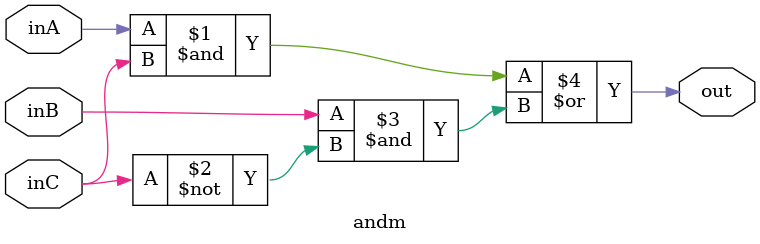
<source format=v>
module andm (inA, inB, inC, out);
//1 bit and for (branch & zero)
input inA, inB, inC;
output out;

assign out=(inA&inC) | (inB&(~inC));

endmodule

</source>
